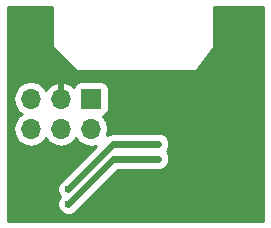
<source format=gbl>
G04 #@! TF.FileFunction,Copper,L2,Bot,Signal*
%FSLAX46Y46*%
G04 Gerber Fmt 4.6, Leading zero omitted, Abs format (unit mm)*
G04 Created by KiCad (PCBNEW 4.0.6) date Fri Jul 21 15:48:13 2017*
%MOMM*%
%LPD*%
G01*
G04 APERTURE LIST*
%ADD10C,0.100000*%
%ADD11R,1.700000X1.700000*%
%ADD12O,1.700000X1.700000*%
%ADD13C,0.600000*%
%ADD14C,0.600000*%
%ADD15C,0.300000*%
%ADD16C,0.254000*%
G04 APERTURE END LIST*
D10*
D11*
X64135000Y-48260000D03*
D12*
X64135000Y-50800000D03*
X61595000Y-48260000D03*
X61595000Y-50800000D03*
X59055000Y-48260000D03*
X59055000Y-50800000D03*
D13*
X68430000Y-49795000D03*
X75430000Y-57795000D03*
X74430000Y-57795000D03*
X68930000Y-57795000D03*
X66930000Y-57795000D03*
X77930000Y-47295000D03*
X77930000Y-45295000D03*
X75430000Y-41295000D03*
X75430000Y-43295000D03*
X77930000Y-43295000D03*
X77930000Y-41295000D03*
X57930000Y-41295000D03*
X57930000Y-43295000D03*
X59930000Y-43295000D03*
X59930000Y-41295000D03*
X76200000Y-54120000D03*
X76200000Y-50800000D03*
X73660000Y-50800000D03*
X63500000Y-52705000D03*
X69850000Y-53325000D03*
X62230000Y-57150000D03*
X69850000Y-52070000D03*
X62230000Y-55880000D03*
D14*
X75430000Y-43295000D02*
X75430000Y-41295000D01*
X77930000Y-41295000D02*
X77930000Y-43295000D01*
X59930000Y-43295000D02*
X57930000Y-43295000D01*
X57930000Y-41295000D02*
X59930000Y-41295000D01*
D15*
X63500000Y-52705000D02*
X62934999Y-52139999D01*
D14*
X66040000Y-53340000D02*
X69850000Y-53325000D01*
D15*
X69850000Y-53340000D02*
X69850000Y-53325000D01*
D14*
X62230000Y-57150000D02*
X66040000Y-53340000D01*
X66040000Y-52070000D02*
X69850000Y-52070000D01*
X62230000Y-55880000D02*
X66040000Y-52070000D01*
D16*
G36*
X60803000Y-43795000D02*
X60813006Y-43844410D01*
X60840197Y-43884803D01*
X62840197Y-45884803D01*
X62882211Y-45912666D01*
X62930000Y-45922000D01*
X72930000Y-45922000D01*
X72979410Y-45911994D01*
X73031600Y-45871200D01*
X74531600Y-43871200D01*
X74553241Y-43825668D01*
X74557000Y-43795000D01*
X74557000Y-40480000D01*
X78745000Y-40480000D01*
X78745000Y-58610000D01*
X57115000Y-58610000D01*
X57115000Y-48230907D01*
X57570000Y-48230907D01*
X57570000Y-48289093D01*
X57683039Y-48857378D01*
X58004946Y-49339147D01*
X58290578Y-49530000D01*
X58004946Y-49720853D01*
X57683039Y-50202622D01*
X57570000Y-50770907D01*
X57570000Y-50829093D01*
X57683039Y-51397378D01*
X58004946Y-51879147D01*
X58486715Y-52201054D01*
X59055000Y-52314093D01*
X59623285Y-52201054D01*
X60105054Y-51879147D01*
X60325000Y-51549974D01*
X60544946Y-51879147D01*
X61026715Y-52201054D01*
X61595000Y-52314093D01*
X62163285Y-52201054D01*
X62645054Y-51879147D01*
X62865000Y-51549974D01*
X63084946Y-51879147D01*
X63566715Y-52201054D01*
X64135000Y-52314093D01*
X64557697Y-52230013D01*
X61569146Y-55218564D01*
X61437808Y-55349673D01*
X61295162Y-55693201D01*
X61294838Y-56065167D01*
X61436883Y-56408943D01*
X61542710Y-56514954D01*
X61437808Y-56619673D01*
X61295162Y-56963201D01*
X61294838Y-57335167D01*
X61436883Y-57678943D01*
X61699673Y-57942192D01*
X62043201Y-58084838D01*
X62415167Y-58085162D01*
X62758943Y-57943117D01*
X63022192Y-57680327D01*
X63022355Y-57679935D01*
X66428813Y-54273477D01*
X69851411Y-54260002D01*
X70035167Y-54260162D01*
X70378943Y-54118117D01*
X70642192Y-53855327D01*
X70784838Y-53511799D01*
X70785162Y-53139833D01*
X70643117Y-52796057D01*
X70544790Y-52697559D01*
X70642192Y-52600327D01*
X70784838Y-52256799D01*
X70785162Y-51884833D01*
X70643117Y-51541057D01*
X70380327Y-51277808D01*
X70036799Y-51135162D01*
X69664833Y-51134838D01*
X69664441Y-51135000D01*
X66040000Y-51135000D01*
X65682191Y-51206173D01*
X65523964Y-51311896D01*
X65620000Y-50829093D01*
X65620000Y-50770907D01*
X65506961Y-50202622D01*
X65185054Y-49720853D01*
X65183821Y-49720029D01*
X65220317Y-49713162D01*
X65436441Y-49574090D01*
X65581431Y-49361890D01*
X65632440Y-49110000D01*
X65632440Y-47410000D01*
X65588162Y-47174683D01*
X65449090Y-46958559D01*
X65236890Y-46813569D01*
X64985000Y-46762560D01*
X63285000Y-46762560D01*
X63049683Y-46806838D01*
X62833559Y-46945910D01*
X62688569Y-47158110D01*
X62666699Y-47266107D01*
X62361924Y-46988355D01*
X61951890Y-46818524D01*
X61722000Y-46939845D01*
X61722000Y-48133000D01*
X61742000Y-48133000D01*
X61742000Y-48387000D01*
X61722000Y-48387000D01*
X61722000Y-48407000D01*
X61468000Y-48407000D01*
X61468000Y-48387000D01*
X61448000Y-48387000D01*
X61448000Y-48133000D01*
X61468000Y-48133000D01*
X61468000Y-46939845D01*
X61238110Y-46818524D01*
X60828076Y-46988355D01*
X60399817Y-47378642D01*
X60332702Y-47521553D01*
X60105054Y-47180853D01*
X59623285Y-46858946D01*
X59055000Y-46745907D01*
X58486715Y-46858946D01*
X58004946Y-47180853D01*
X57683039Y-47662622D01*
X57570000Y-48230907D01*
X57115000Y-48230907D01*
X57115000Y-40480000D01*
X60803000Y-40480000D01*
X60803000Y-43795000D01*
X60803000Y-43795000D01*
G37*
X60803000Y-43795000D02*
X60813006Y-43844410D01*
X60840197Y-43884803D01*
X62840197Y-45884803D01*
X62882211Y-45912666D01*
X62930000Y-45922000D01*
X72930000Y-45922000D01*
X72979410Y-45911994D01*
X73031600Y-45871200D01*
X74531600Y-43871200D01*
X74553241Y-43825668D01*
X74557000Y-43795000D01*
X74557000Y-40480000D01*
X78745000Y-40480000D01*
X78745000Y-58610000D01*
X57115000Y-58610000D01*
X57115000Y-48230907D01*
X57570000Y-48230907D01*
X57570000Y-48289093D01*
X57683039Y-48857378D01*
X58004946Y-49339147D01*
X58290578Y-49530000D01*
X58004946Y-49720853D01*
X57683039Y-50202622D01*
X57570000Y-50770907D01*
X57570000Y-50829093D01*
X57683039Y-51397378D01*
X58004946Y-51879147D01*
X58486715Y-52201054D01*
X59055000Y-52314093D01*
X59623285Y-52201054D01*
X60105054Y-51879147D01*
X60325000Y-51549974D01*
X60544946Y-51879147D01*
X61026715Y-52201054D01*
X61595000Y-52314093D01*
X62163285Y-52201054D01*
X62645054Y-51879147D01*
X62865000Y-51549974D01*
X63084946Y-51879147D01*
X63566715Y-52201054D01*
X64135000Y-52314093D01*
X64557697Y-52230013D01*
X61569146Y-55218564D01*
X61437808Y-55349673D01*
X61295162Y-55693201D01*
X61294838Y-56065167D01*
X61436883Y-56408943D01*
X61542710Y-56514954D01*
X61437808Y-56619673D01*
X61295162Y-56963201D01*
X61294838Y-57335167D01*
X61436883Y-57678943D01*
X61699673Y-57942192D01*
X62043201Y-58084838D01*
X62415167Y-58085162D01*
X62758943Y-57943117D01*
X63022192Y-57680327D01*
X63022355Y-57679935D01*
X66428813Y-54273477D01*
X69851411Y-54260002D01*
X70035167Y-54260162D01*
X70378943Y-54118117D01*
X70642192Y-53855327D01*
X70784838Y-53511799D01*
X70785162Y-53139833D01*
X70643117Y-52796057D01*
X70544790Y-52697559D01*
X70642192Y-52600327D01*
X70784838Y-52256799D01*
X70785162Y-51884833D01*
X70643117Y-51541057D01*
X70380327Y-51277808D01*
X70036799Y-51135162D01*
X69664833Y-51134838D01*
X69664441Y-51135000D01*
X66040000Y-51135000D01*
X65682191Y-51206173D01*
X65523964Y-51311896D01*
X65620000Y-50829093D01*
X65620000Y-50770907D01*
X65506961Y-50202622D01*
X65185054Y-49720853D01*
X65183821Y-49720029D01*
X65220317Y-49713162D01*
X65436441Y-49574090D01*
X65581431Y-49361890D01*
X65632440Y-49110000D01*
X65632440Y-47410000D01*
X65588162Y-47174683D01*
X65449090Y-46958559D01*
X65236890Y-46813569D01*
X64985000Y-46762560D01*
X63285000Y-46762560D01*
X63049683Y-46806838D01*
X62833559Y-46945910D01*
X62688569Y-47158110D01*
X62666699Y-47266107D01*
X62361924Y-46988355D01*
X61951890Y-46818524D01*
X61722000Y-46939845D01*
X61722000Y-48133000D01*
X61742000Y-48133000D01*
X61742000Y-48387000D01*
X61722000Y-48387000D01*
X61722000Y-48407000D01*
X61468000Y-48407000D01*
X61468000Y-48387000D01*
X61448000Y-48387000D01*
X61448000Y-48133000D01*
X61468000Y-48133000D01*
X61468000Y-46939845D01*
X61238110Y-46818524D01*
X60828076Y-46988355D01*
X60399817Y-47378642D01*
X60332702Y-47521553D01*
X60105054Y-47180853D01*
X59623285Y-46858946D01*
X59055000Y-46745907D01*
X58486715Y-46858946D01*
X58004946Y-47180853D01*
X57683039Y-47662622D01*
X57570000Y-48230907D01*
X57115000Y-48230907D01*
X57115000Y-40480000D01*
X60803000Y-40480000D01*
X60803000Y-43795000D01*
M02*

</source>
